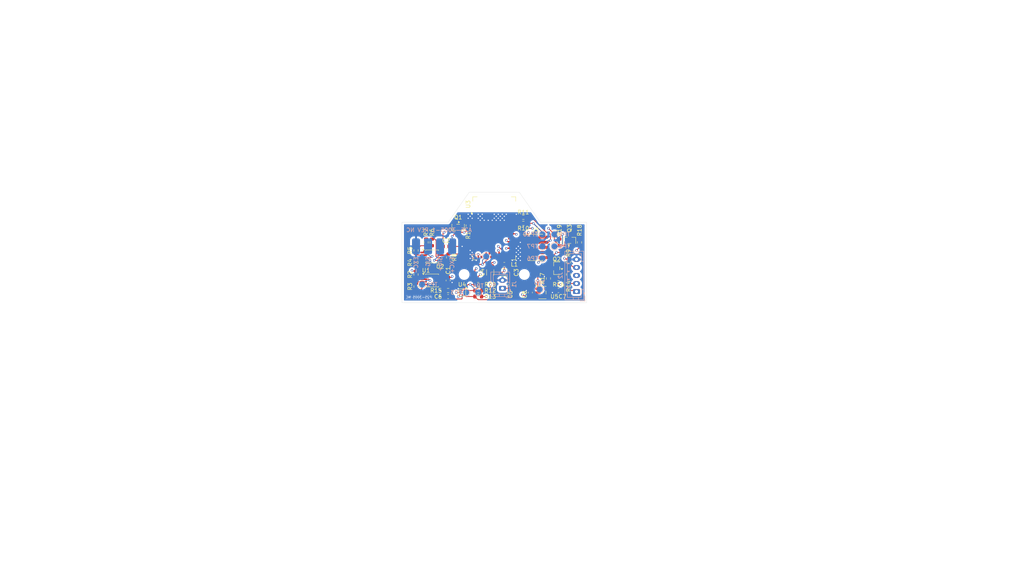
<source format=kicad_pcb>
(kicad_pcb
	(version 20241229)
	(generator "pcbnew")
	(generator_version "9.0")
	(general
		(thickness 1.6472)
		(legacy_teardrops no)
	)
	(paper "A4")
	(title_block
		(rev "${REVISION}")
		(company "${COMPANY}")
	)
	(layers
		(0 "F.Cu" signal)
		(4 "In1.Cu" signal)
		(6 "In2.Cu" power)
		(2 "B.Cu" power)
		(9 "F.Adhes" user "F.Adhesive")
		(11 "B.Adhes" user "B.Adhesive")
		(13 "F.Paste" user)
		(15 "B.Paste" user)
		(5 "F.SilkS" user "F.Silkscreen")
		(7 "B.SilkS" user "B.Silkscreen")
		(1 "F.Mask" user)
		(3 "B.Mask" user)
		(17 "Dwgs.User" user "AssyTitlePage")
		(19 "Cmts.User" user "User.Comments")
		(21 "Eco1.User" user "F.DNP")
		(23 "Eco2.User" user "B.DNP")
		(25 "Edge.Cuts" user)
		(27 "Margin" user)
		(31 "F.CrtYd" user "F.Courtyard")
		(29 "B.CrtYd" user "B.Courtyard")
		(35 "F.Fab" user)
		(33 "B.Fab" user)
		(39 "User.1" user "DrillMap")
		(41 "User.2" front "F.TestPoint")
		(43 "User.3" back "B.TestPoint")
		(45 "User.4" front "F.AssemblyText")
		(47 "User.5" back "B.AssemblyText")
		(49 "User.6" front "F.Dimensions")
		(51 "User.7" back "B.Dimensions")
		(53 "User.8" front "F.TestPointList")
		(55 "User.9" back "B.TestPointList")
	)
	(setup
		(stackup
			(layer "F.SilkS"
				(type "Top Silk Screen")
				(color "White")
			)
			(layer "F.Paste"
				(type "Top Solder Paste")
			)
			(layer "F.Mask"
				(type "Top Solder Mask")
				(color "Green")
				(thickness 0.0305)
			)
			(layer "F.Cu"
				(type "copper")
				(thickness 0.035)
			)
			(layer "dielectric 1"
				(type "prepreg")
				(color "FR4 natural")
				(thickness 0.2104)
				(material "FR4")
				(epsilon_r 4.4)
				(loss_tangent 0.02)
			)
			(layer "In1.Cu"
				(type "copper")
				(thickness 0.0152)
			)
			(layer "dielectric 2"
				(type "core")
				(color "FR4 natural")
				(thickness 1.065)
				(material "FR4")
				(epsilon_r 4.6)
				(loss_tangent 0.02)
			)
			(layer "In2.Cu"
				(type "copper")
				(thickness 0.0152)
			)
			(layer "dielectric 3"
				(type "prepreg")
				(color "FR4 natural")
				(thickness 0.2104)
				(material "FR4")
				(epsilon_r 4.4)
				(loss_tangent 0.02)
			)
			(layer "B.Cu"
				(type "copper")
				(thickness 0.035)
			)
			(layer "B.Mask"
				(type "Bottom Solder Mask")
				(color "Green")
				(thickness 0.0305)
			)
			(layer "B.Paste"
				(type "Bottom Solder Paste")
			)
			(layer "B.SilkS"
				(type "Bottom Silk Screen")
				(color "White")
			)
			(copper_finish "HAL SnPb")
			(dielectric_constraints no)
		)
		(pad_to_mask_clearance 0)
		(allow_soldermask_bridges_in_footprints no)
		(tenting front back)
		(aux_axis_origin 125 100)
		(pcbplotparams
			(layerselection 0x00000000_00000000_55555555_5755f5ff)
			(plot_on_all_layers_selection 0x00000000_00000000_00000000_00000000)
			(disableapertmacros no)
			(usegerberextensions no)
			(usegerberattributes yes)
			(usegerberadvancedattributes yes)
			(creategerberjobfile yes)
			(dashed_line_dash_ratio 12.000000)
			(dashed_line_gap_ratio 3.000000)
			(svgprecision 4)
			(plotframeref no)
			(mode 1)
			(useauxorigin no)
			(hpglpennumber 1)
			(hpglpenspeed 20)
			(hpglpendiameter 15.000000)
			(pdf_front_fp_property_popups yes)
			(pdf_back_fp_property_popups yes)
			(pdf_metadata yes)
			(pdf_single_document no)
			(dxfpolygonmode yes)
			(dxfimperialunits yes)
			(dxfusepcbnewfont yes)
			(psnegative no)
			(psa4output no)
			(plot_black_and_white yes)
			(sketchpadsonfab no)
			(plotpadnumbers no)
			(hidednponfab no)
			(sketchdnponfab yes)
			(crossoutdnponfab yes)
			(subtractmaskfromsilk no)
			(outputformat 1)
			(mirror no)
			(drillshape 1)
			(scaleselection 1)
			(outputdirectory "")
		)
	)
	(property "ASSEMBLY_NAME" "Assembly Name")
	(property "ASSEMBLY_NOTES" "ASSEMBLY NOTES (UNLESS OTHERWISE SPECIFIED)\n\n1)	DO NOT POPULATE COMPONENTS ARE MARKED WITH A RED CROSS\n\n2)	DO NOT POPULATE COMPONENTS ARE NOT PRESENT IN THE BOM\n\n3)	IF CONFLICTING INFORMATION IS FOUND BETWEEN THE ASSEMBLY\n	FILE AND BOM, BOM SHOULD BE USED AS THE MAIN SOURCE.\n\n4)	DOT IDENTIFIES PIN #1 LOCATION AND DEVICE ORIENTATION\n	WHEN VIEWED FROM THE TOP.")
	(property "ASSEMBLY_NUMBER" "A99-9000")
	(property "ASSEMBLY_SCALE" "1")
	(property "COMPANY" "Asymworks, LLC")
	(property "DESIGNER" "JPK")
	(property "DWG_NUMBER_PCB" "P99-9000")
	(property "DWG_NUMBER_SCH" "S99-9000")
	(property "DWG_TITLE_ASSY" "PCB Assembly, Assembly Name")
	(property "DWG_TITLE_PCB" "PCB, Assembly Name")
	(property "DWG_TITLE_SCH" "Schematic, Assembly Name")
	(property "FABRICATION_NOTES" "FABRICATION NOTES (UNLESS OTHERWISE SPECIFIED)\n\n1)	FABRICATE PER IPC-6012A CLASS 2.\n\n2)	OUTLINE DEFINED IN SEPARATE GERBER FILE WITH\n	\"Edge_Cuts.GBR\" SUFFIX.\n\n3)	SEE SEPARATE DRILL FILES WITH \".DRL\" SUFFIX \n	FOR HOLE LOCATIONS.\n\n	SELECTED HOLE LOCATIONS SHOWN ON THIS DRAWING \n	FOR REFERENCE ONLY.\n\n4)	SURFACE FINISH: HAL SNPB\n\n5)	SOLDERMASK ON BOTH SIDES OF THE BOARD SHALL \n	BE LPI, COLOR GREEN.\n\n6)	SILK SCREEN LEGEND TO BE APPLIED PER LAYER \n	STACKUP USING WHITE NON-CONDUCTIVE EPOXY INK.\n\n7)	ALL VIAS ARE TENTED ON BOTH SIDES UNLESS \n	SOLDERMASK OPENED IN GERBER.\n\n8)	RESERVED\n\n9)	PCB MATERIAL REQUIREMENTS:\n\n	A.	FLAMMABILITY RATING MUST MEET OR EXCEED \n		UL94V-0 REQUIREMENTS.\n	B.	Tg 135 C OR EQUIVALENT.\n\n10)	DESIGN GEOMETRY MINIMUM FEATURE SIZES:\n\n	BOARD SIZE				46.000 × 27.500 mm\n	BOARD THICKNESS		1.647 mm\n	TRACE WIDTH			0.100 mm\n	TRACE TO TRACE		0.200 mm\n	MIN. HOLE (PTH)			0.300 mm\n	MIN. HOLE (NPTH)		2.200 mm\n	ANNULAR RING			0.150 mm\n	COPPER TO HOLE		0.250 mm\n	COPPER TO EDGE		0.500 mm\n	HOLE TO HOLE			0.250 mm\n\n11)	ALL DIMENSIONS ARE IN MILLIMETERS UNLESS OTHERWISE\n	SPECIFIED.\n\n12)	FOR REFERENCE ONLY THE STACKUP CORRESPONDS TO JLCPCB\n	STACKUP JLC04161H-7628.\n	FOR REFERENCE ONLY. IMPEDANCE IS THE CONTROLLING PARAMETER\n	OVER LAYER STACKUP. GERBER DATA MAY NOT BE ALTERED EXCEPT\n	FOR STANDARD FABRICATION ALLOWANCES.\n\n	THE SUPPLIED ARTWORK MAY OR MAY NOT CONTAIN THE SPECIFIED\n	TRACE GEOMETRIES ON EVERY LAYERS SPECIFIED.")
	(property "GIT_HASH" "b8fef39")
	(property "GIT_HASH_PCB" "b8fef39")
	(property "GIT_HASH_SCH" "5caa450")
	(property "GIT_URL" "/jkrauss/Test_4")
	(property "PROJECT_CODE" "P99")
	(property "RELEASE_DATE" "2026-03-09")
	(property "RELEASE_STATE" "WORKING")
	(property "REVISION" "NO_TAG+ (Unreleased)")
	(property "SCALE" "2:1")
	(property "SCHEMATIC_NOTES" "Unless otherwise specified, components Values are in ohms, µF, and µH.")
	(property "SHEET_NAME_01" "Cover Page")
	(property "SHEET_NAME_02" "Block Diagram")
	(property "SHEET_NAME_03" "Project Architecture")
	(property "SHEET_NAME_04" "Load Cell Amp")
	(property "SHEET_NAME_05" "BLE Controller")
	(property "SHEET_NAME_06" "Power and Interface")
	(property "SHEET_NAME_07" "Parts List")
	(property "SHEET_NAME_08" "......................................")
	(property "SHEET_NAME_09" "......................................")
	(property "SHEET_NAME_10" "......................................")
	(property "SHEET_NAME_11" "......................................")
	(property "SHEET_NAME_12" "......................................")
	(property "SHEET_NAME_13" "......................................")
	(property "SHEET_NAME_14" "......................................")
	(property "SHEET_NAME_15" "......................................")
	(property "SHEET_NAME_16" "......................................")
	(property "SHEET_NAME_17" "......................................")
	(property "SHEET_NAME_18" "......................................")
	(property "SHEET_NAME_19" "......................................")
	(property "SHEET_NAME_20" "......................................")
	(property "STATE" "TEMPLATE")
	(property "VARIANT" "")
	(net 0 "")
	(net 1 "GND")
	(net 2 "+3.3V")
	(net 3 "VDD")
	(net 4 "Net-(J1-Pin_1)")
	(net 5 "Net-(U4-VDD)")
	(net 6 "VBUS")
	(net 7 "/Project Architecture/Power and Interface/CHARGE_LED_IO")
	(net 8 "/Project Architecture/Power and Interface/PAIR_LED_IO")
	(net 9 "/Project Architecture/BLE Controller/~{PAIR_SW}")
	(net 10 "/Project Architecture/Power and Interface/SWDIO")
	(net 11 "unconnected-(J3-SWO{slash}TDO-Pad6)")
	(net 12 "/Project Architecture/Power and Interface/SWDCLK")
	(net 13 "/Project Architecture/Power and Interface/~{RESET}")
	(net 14 "unconnected-(J3-NC{slash}TDI-Pad8)")
	(net 15 "unconnected-(J3-KEY-Pad7)")
	(net 16 "Net-(U3-DCCH)")
	(net 17 "/Project Architecture/BLE Controller/~{LOAD_CELL_EN}")
	(net 18 "/Project Architecture/Load Cell Amp/EXC+")
	(net 19 "Net-(Q2-S)")
	(net 20 "/Project Architecture/Power and Interface/STAT")
	(net 21 "Net-(Q3-S)")
	(net 22 "/Project Architecture/BLE Controller/~{PAIR_LED}")
	(net 23 "Net-(U1A-+)")
	(net 24 "Net-(U1A--)")
	(net 25 "Net-(U2A--)")
	(net 26 "Net-(R5-Pad1)")
	(net 27 "Net-(U2B--)")
	(net 28 "/Project Architecture/BLE Controller/LOAD_CELL")
	(net 29 "Net-(U3-SWDIO)")
	(net 30 "Net-(U3-SWDCLK)")
	(net 31 "/Project Architecture/BLE Controller/SDA")
	(net 32 "/Project Architecture/BLE Controller/SCL")
	(net 33 "Net-(U4-BIN)")
	(net 34 "Net-(U5-PROG)")
	(net 35 "/Project Architecture/BLE Controller/~{BATT_INT}")
	(net 36 "Net-(U1B--)")
	(net 37 "/Project Architecture/Load Cell Amp/SIG-")
	(net 38 "/Project Architecture/Load Cell Amp/SIG+")
	(net 39 "unconnected-(U3-P0.01-Pad18)")
	(net 40 "unconnected-(U3-D--Pad34)")
	(net 41 "unconnected-(U3-P0.08-Pad24)")
	(net 42 "unconnected-(U3-P1.15-Pad8)")
	(net 43 "unconnected-(U3-P0.10-Pad54)")
	(net 44 "unconnected-(U3-P0.28-Pad13)")
	(net 45 "unconnected-(U3-P0.16-Pad38)")
	(net 46 "unconnected-(U3-P1.00-Pad47)")
	(net 47 "unconnected-(U3-P1.03-Pad60)")
	(net 48 "unconnected-(U3-P1.06-Pad57)")
	(net 49 "unconnected-(U3-P0.23-Pad45)")
	(net 50 "unconnected-(U3-P0.02-Pad11)")
	(net 51 "unconnected-(U3-P0.26-Pad19)")
	(net 52 "unconnected-(U3-P1.12-Pad5)")
	(net 53 "unconnected-(U3-P0.17-Pad41)")
	(net 54 "unconnected-(U3-P1.09-Pad26)")
	(net 55 "unconnected-(U3-P0.13-Pad37)")
	(net 56 "unconnected-(U3-P0.00-Pad17)")
	(net 57 "unconnected-(U3-P1.10-Pad3)")
	(net 58 "unconnected-(U3-P0.06-Pad22)")
	(net 59 "unconnected-(U3-P0.15-Pad39)")
	(net 60 "unconnected-(U3-P0.05-Pad21)")
	(net 61 "unconnected-(U3-P0.22-Pad46)")
	(net 62 "unconnected-(U3-P1.07-Pad58)")
	(net 63 "unconnected-(U3-P1.04-Pad56)")
	(net 64 "unconnected-(U3-D+-Pad35)")
	(net 65 "unconnected-(U3-P0.19-Pad42)")
	(net 66 "unconnected-(U3-VBUS-Pad32)")
	(net 67 "unconnected-(U3-P1.08-Pad25)")
	(net 68 "unconnected-(U3-P0.07-Pad23)")
	(net 69 "unconnected-(U3-P1.05-Pad59)")
	(net 70 "unconnected-(U3-P0.09-Pad52)")
	(net 71 "unconnected-(U3-P1.13-Pad6)")
	(net 72 "unconnected-(U3-P0.29-Pad10)")
	(net 73 "unconnected-(U3-P1.14-Pad7)")
	(net 74 "unconnected-(U3-P0.21-Pad43)")
	(net 75 "unconnected-(U3-P0.25-Pad49)")
	(net 76 "unconnected-(U3-P0.24-Pad48)")
	(net 77 "unconnected-(U3-P0.03-Pad9)")
	(net 78 "unconnected-(U3-P0.31-Pad12)")
	(net 79 "unconnected-(U3-P0.30-Pad14)")
	(net 80 "unconnected-(U3-P1.01-Pad61)")
	(footprint "Capacitor_SMD:C_0603_1608Metric" (layer "F.Cu") (at 136 86))
	(footprint "Resistor_SMD:R_0603_1608Metric" (layer "F.Cu") (at 166.5 90 -90))
	(footprint "Resistor_SMD:R_0603_1608Metric" (layer "F.Cu") (at 155.25 78.75 180))
	(footprint "Resistor_SMD:R_0603_1608Metric" (layer "F.Cu") (at 132.5 85 -90))
	(footprint "Resistor_SMD:R_0603_1608Metric" (layer "F.Cu") (at 144 98.5 180))
	(footprint "Resistor_SMD:R_0603_1608Metric" (layer "F.Cu") (at 169.25 85 -90))
	(footprint "Resistor_SMD:R_0603_1608Metric" (layer "F.Cu") (at 128.5 87 -90))
	(footprint "Capacitor_SMD:C_0603_1608Metric" (layer "F.Cu") (at 157 97.5 90))
	(footprint "MountingHole:MountingHole_2.2mm_M2_ISO7380" (layer "F.Cu") (at 140.5 93))
	(footprint "Package_BGA:Texas_DSBGA-9_1.62x1.58mm_Layout3x3_P0.5mm" (layer "F.Cu") (at 140 97.5 -90))
	(footprint "Resistor_SMD:R_0603_1608Metric" (layer "F.Cu") (at 128.5 93 90))
	(footprint "Resistor_SMD:R_0603_1608Metric" (layer "F.Cu") (at 164.25 85 -90))
	(footprint "RF_Module:Raytac_MDBT50Q" (layer "F.Cu") (at 148 81.5))
	(footprint "Resistor_SMD:R_0603_1608Metric" (layer "F.Cu") (at 161.5 94 90))
	(footprint "Resistor_SMD:R_0603_1608Metric" (layer "F.Cu") (at 128.5 96 90))
	(footprint "Resistor_SMD:R_0603_1608Metric" (layer "F.Cu") (at 144 95.5 180))
	(footprint "Package_TO_SOT_SMD:SOT-23-5" (layer "F.Cu") (at 160 97.5))
	(footprint "Resistor_SMD:R_0603_1608Metric" (layer "F.Cu") (at 144 97 180))
	(footprint "Capacitor_SMD:C_0603_1608Metric" (layer "F.Cu") (at 152 95.5 90))
	(footprint "Inductor_SMD:L_0603_1608Metric" (layer "F.Cu") (at 150.5 90.5))
	(footprint "Capacitor_SMD:C_1206_3216Metric" (layer "F.Cu") (at 147 92.5 -90))
	(footprint "MountingHole:MountingHole_2.2mm_M2_ISO7380" (layer "F.Cu") (at 155.5 93))
	(footprint "Resistor_SMD:R_0603_1608Metric" (layer "F.Cu") (at 136.6125 88.725 -90))
	(footprint "Package_TO_SOT_SMD:SOT-23" (layer "F.Cu") (at 163.5625 91.45 180))
	(footprint "Capacitor_SMD:C_0603_1608Metric" (layer "F.Cu") (at 136.5 98.5 180))
	(footprint "Capacitor_SMD:C_1206_3216Metric" (layer "F.Cu") (at 150.5 92.5))
	(footprint "Package_TO_SOT_SMD:SOT-23" (layer "F.Cu") (at 139 81.25 -90))
	(footprint "Package_TO_SOT_SMD:SOT-23" (layer "F.Cu") (at 166.75 84.5 90))
	(footprint "Package_SO:MSOP-8_3x3mm_P0.65mm" (layer "F.Cu") (at 132.5 88.5))
	(footprint "Resistor_SMD:R_0603_1608Metric" (layer "F.Cu") (at 166.5 93 -90))
	(footprint "Capacitor_SMD:C_0603_1608Metric" (layer "F.Cu") (at 164 97 180))
	(footprint "Connector_PinHeader_1.27mm:PinHeader_2x05_P1.27mm_Vertical_SMD" (layer "F.Cu") (at 158.25 86.25))
	(footprint "Capacitor_SMD:C_0603_1608Metric" (layer "F.Cu") (at 136.5 94.5 -90))
	(footprint "Resistor_SMD:R_0603_1608Metric" (layer "F.Cu") (at 128.5 90 -90))
	(footprint "Resistor_SMD:R_0603_1608Metric" (layer "F.Cu") (at 141.5 80.825 90))
	(footprint "Resistor_SMD:R_0603_1608Metric" (layer "F.Cu") (at 164 94))
	(footprint "Resistor_SMD:R_0603_1608Metric"
		(layer "F.Cu")
		(uuid "f6bb0c6b-59de-43b0-a815-5c52eac18117")
		(at 131 85 -90)
		(descr "Resistor SMD 0603 (1608 Metric), square (rectangular) end terminal, IPC-7351 nominal, (Body size source: IPC-SM-782 page 72, https://www.pcb-3d.com/wordpress/wp-content/uploads/ipc-sm-782a_amendment_1_and_2.pdf), generated with kicad-footprint-generator")
		(tags "resistor")
		(property "Reference" "R7"
			(at -2.5 0 90)
			(layer "F.SilkS")
			(uuid "d13ebb5d-e1e9-4859-b40e-586f56a66b47")
			(effects
				(font
					(size 1 1)
					(thickness 0.15)
				)
			)
		)
		(property "Value" "51k"
			(at 0 1.43 90)
			(layer "F.Fab")
			(hide yes)
			(uuid "47335070-52e4-464a-8057-916c5915b133")
			(effects
				(font
					(size 1 1)
					(thickness 0.15)
				)
			)
		)
		(property "Datasheet" "https://www.royalohm.com/assets/pdf/products/smd/1.pdf"
			(at 0 0 90)
			(layer "F.Fab")
			(hide yes)
			(uuid "de658f9c-6a20-4ea2-9e47-c6b3ac59661d")
			(effects
				(font
					(size 1.27 1.27)
					(thickness 0.15)
				)
			)
		)
		(property "Description" "Resistor, US symbol"
			(at 0 0 90)
			(layer "F.Fab")
			(hide yes)
			(uuid "fb493402-d8aa-4692-882e-3580524d635a")
			(effects
				(font
					(size 1.27 1.27)
					(thickness 0.15)
				)
			)
		)
		(property "Manufacturer" "Uni-Royal"
			(at 0 0 270)
			(unlocked yes)
			(layer "F.Fab")
			(hide yes)
			(uuid "46b597f5-e60f-4a13-b471-4efe49fd098d")
			(effects
				(font
					(size 1 1)
					(thickness 0.15)
				)
			)
		)
		(property "Manufacturer PN" "0603WAF5102T5E"
			(at 0 0 27
... [1686377 chars truncated]
</source>
